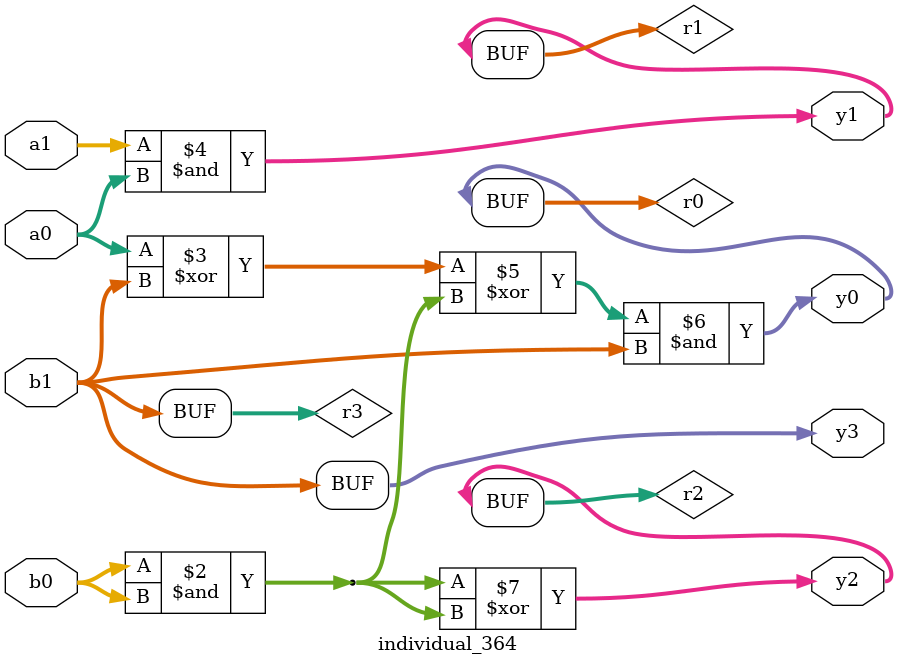
<source format=sv>
module individual_364(input logic [15:0] a1, input logic [15:0] a0, input logic [15:0] b1, input logic [15:0] b0, output logic [15:0] y3, output logic [15:0] y2, output logic [15:0] y1, output logic [15:0] y0);
logic [15:0] r0, r1, r2, r3; 
 always@(*) begin 
	 r0 = a0; r1 = a1; r2 = b0; r3 = b1; 
 	 r2  &=  b0 ;
 	 r0  ^=  b1 ;
 	 r1  &=  a0 ;
 	 r0  ^=  r2 ;
 	 r0  &=  r3 ;
 	 r2  ^=  r2 ;
 	 y3 = r3; y2 = r2; y1 = r1; y0 = r0; 
end
endmodule
</source>
